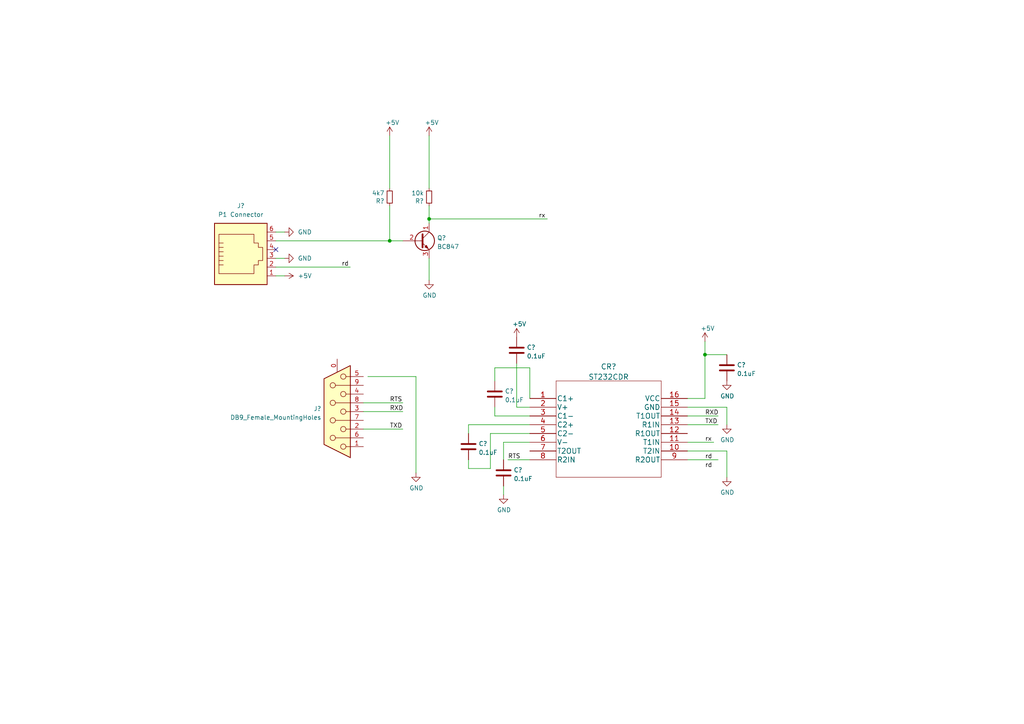
<source format=kicad_sch>
(kicad_sch (version 20211123) (generator eeschema)
  (paper "A4")
  (lib_symbols
    (symbol "Connector:6P6C" (pin_names (offset 1.016))
      (property "Reference" "J" (at -5.08 11.43 0))
      (property "Value" "6P6C" (at 2.54 11.43 0))
      (symbol "6P6C_0_1"
        (polyline (pts (xy -6.35 -1.905) (xy -5.08 -1.905) (xy -5.08 -1.905)))
        (polyline (pts (xy -6.35 -0.635) (xy -5.08 -0.635) (xy -5.08 -0.635)))
        (polyline (pts (xy -6.35 0.635) (xy -5.08 0.635) (xy -5.08 0.635)))
        (polyline (pts (xy -6.35 1.905) (xy -5.08 1.905) (xy -5.08 1.905)))
        (polyline (pts (xy -6.35 3.175) (xy -5.08 3.175) (xy -5.08 3.175)))
        (polyline (pts (xy -5.08 4.445) (xy -6.35 4.445) (xy -6.35 4.445)))
        (polyline (pts (xy -6.35 -4.445) (xy -6.35 6.985) (xy 3.81 6.985) (xy 3.81 4.445) (xy 5.08 4.445) (xy 5.08 3.175) (xy 6.35 3.175) (xy 6.35 -0.635) (xy 5.08 -0.635) (xy 5.08 -1.905) (xy 3.81 -1.905) (xy 3.81 -4.445) (xy -6.35 -4.445) (xy -6.35 -4.445)))
        (rectangle (start 7.62 10.16) (end -7.62 -7.62) (stroke (width 0.254)) (fill (type background)))
      )
      (symbol "6P6C_1_1"
        (pin passive line (at 10.16 -5.08 180) (length 2.54) (name "~") (number "1"))
        (pin passive line (at 10.16 -2.54 180) (length 2.54) (name "~") (number "2"))
        (pin passive line (at 10.16 0 180) (length 2.54) (name "~") (number "3"))
        (pin passive line (at 10.16 2.54 180) (length 2.54) (name "~") (number "4"))
        (pin passive line (at 10.16 5.08 180) (length 2.54) (name "~") (number "5"))
        (pin passive line (at 10.16 7.62 180) (length 2.54) (name "~") (number "6"))
      )
    )
    (symbol "Connector:DB9_Female_MountingHoles" (pin_names (offset 1.016) hide)
      (property "Reference" "J" (at 0 16.51 0))
      (property "Value" "DB9_Female_MountingHoles" (at 0 14.605 0))
      (symbol "DB9_Female_MountingHoles_0_1"
        (circle (center -1.778 -10.16) (radius 0.762))
        (circle (center -1.778 -5.08) (radius 0.762))
        (circle (center -1.778 0) (radius 0.762))
        (circle (center -1.778 5.08) (radius 0.762))
        (circle (center -1.778 10.16) (radius 0.762))
        (polyline (pts (xy -3.81 -10.16) (xy -2.54 -10.16)))
        (polyline (pts (xy -3.81 -7.62) (xy 0.508 -7.62)))
        (polyline (pts (xy -3.81 -5.08) (xy -2.54 -5.08)))
        (polyline (pts (xy -3.81 -2.54) (xy 0.508 -2.54)))
        (polyline (pts (xy -3.81 0) (xy -2.54 0)))
        (polyline (pts (xy -3.81 2.54) (xy 0.508 2.54)))
        (polyline (pts (xy -3.81 5.08) (xy -2.54 5.08)))
        (polyline (pts (xy -3.81 7.62) (xy 0.508 7.62)))
        (polyline (pts (xy -3.81 10.16) (xy -2.54 10.16)))
        (polyline (pts (xy -3.81 13.335) (xy -3.81 -13.335) (xy 3.81 -9.525) (xy 3.81 9.525) (xy -3.81 13.335)) (stroke (width 0.254)) (fill (type background)))
        (circle (center 1.27 -7.62) (radius 0.762))
        (circle (center 1.27 -2.54) (radius 0.762))
        (circle (center 1.27 2.54) (radius 0.762))
        (circle (center 1.27 7.62) (radius 0.762))
      )
      (symbol "DB9_Female_MountingHoles_1_1"
        (pin passive line (at 0 -15.24 90) (length 3.81) (name "PAD") (number "0"))
        (pin passive line (at -7.62 10.16 0) (length 3.81) (name "1") (number "1"))
        (pin passive line (at -7.62 5.08 0) (length 3.81) (name "2") (number "2"))
        (pin passive line (at -7.62 0 0) (length 3.81) (name "3") (number "3"))
        (pin passive line (at -7.62 -5.08 0) (length 3.81) (name "4") (number "4"))
        (pin passive line (at -7.62 -10.16 0) (length 3.81) (name "5") (number "5"))
        (pin passive line (at -7.62 7.62 0) (length 3.81) (name "6") (number "6"))
        (pin passive line (at -7.62 2.54 0) (length 3.81) (name "7") (number "7"))
        (pin passive line (at -7.62 -2.54 0) (length 3.81) (name "8") (number "8"))
        (pin passive line (at -7.62 -7.62 0) (length 3.81) (name "9") (number "9"))
      )
    )
    (symbol "Device:C" (pin_numbers hide) (pin_names (offset 0.254))
      (property "Reference" "C" (at 0.635 2.54 0))
      (property "Value" "C" (at 0.635 -2.54 0))
      (symbol "C_0_1"
        (polyline (pts (xy -2.032 -0.762) (xy 2.032 -0.762)) (stroke (width 0.508)))
        (polyline (pts (xy -2.032 0.762) (xy 2.032 0.762)) (stroke (width 0.508)))
      )
      (symbol "C_1_1"
        (pin passive line (at 0 3.81 270) (length 2.794) (name "~") (number "1"))
        (pin passive line (at 0 -3.81 90) (length 2.794) (name "~") (number "2"))
      )
    )
    (symbol "Device:R_Small" (pin_numbers hide) (pin_names (offset 0.254) hide)
      (property "Reference" "R" (at 0.762 0.508 0))
      (property "Value" "R_Small" (at 0.762 -1.016 0))
      (symbol "R_Small_0_1"
        (rectangle (start -0.762 1.778) (end 0.762 -1.778) (stroke (width 0.2032)))
      )
      (symbol "R_Small_1_1"
        (pin passive line (at 0 2.54 270) (length 0.762) (name "~") (number "1"))
        (pin passive line (at 0 -2.54 90) (length 0.762) (name "~") (number "2"))
      )
    )
    (symbol "ST232:ST232CDR" (pin_names (offset 0.254))
      (property "Reference" "CR" (at 22.86 10.16 0))
      (property "Value" "ST232CDR" (at 22.86 7.62 0))
      (symbol "ST232CDR_1_1"
        (polyline (pts (xy 7.62 -22.86) (xy 38.1 -22.86)) (stroke (width 0.127)))
        (polyline (pts (xy 7.62 5.08) (xy 7.62 -22.86)) (stroke (width 0.127)))
        (polyline (pts (xy 38.1 -22.86) (xy 38.1 5.08)) (stroke (width 0.127)))
        (polyline (pts (xy 38.1 5.08) (xy 7.62 5.08)) (stroke (width 0.127)))
        (pin unspecified line (at 0 0 0) (length 7.62) (name "C1+") (number "1"))
        (pin input line (at 45.72 -15.24 180) (length 7.62) (name "T2IN") (number "10"))
        (pin input line (at 45.72 -12.7 180) (length 7.62) (name "T1IN") (number "11"))
        (pin output line (at 45.72 -10.16 180) (length 7.62) (name "R1OUT") (number "12"))
        (pin input line (at 45.72 -7.62 180) (length 7.62) (name "R1IN") (number "13"))
        (pin output line (at 45.72 -5.08 180) (length 7.62) (name "T1OUT") (number "14"))
        (pin power_in line (at 45.72 -2.54 180) (length 7.62) (name "GND") (number "15"))
        (pin power_in line (at 45.72 0 180) (length 7.62) (name "VCC") (number "16"))
        (pin unspecified line (at 0 -2.54 0) (length 7.62) (name "V+") (number "2"))
        (pin unspecified line (at 0 -5.08 0) (length 7.62) (name "C1-") (number "3"))
        (pin unspecified line (at 0 -7.62 0) (length 7.62) (name "C2+") (number "4"))
        (pin unspecified line (at 0 -10.16 0) (length 7.62) (name "C2-") (number "5"))
        (pin unspecified line (at 0 -12.7 0) (length 7.62) (name "V-") (number "6"))
        (pin output line (at 0 -15.24 0) (length 7.62) (name "T2OUT") (number "7"))
        (pin input line (at 0 -17.78 0) (length 7.62) (name "R2IN") (number "8"))
        (pin output line (at 45.72 -17.78 180) (length 7.62) (name "R2OUT") (number "9"))
      )
    )
    (symbol "Transistor_BJT:BC547" (pin_names (offset 0) hide)
      (property "Reference" "Q" (at 5.08 1.905 0))
      (property "Value" "BC547" (at 5.08 0 0))
      (symbol "BC547_0_1"
        (polyline (pts (xy 0 0) (xy 0.635 0)))
        (polyline (pts (xy 0.635 0.635) (xy 2.54 2.54)))
        (polyline (pts (xy 0.635 -0.635) (xy 2.54 -2.54) (xy 2.54 -2.54)))
        (polyline (pts (xy 0.635 1.905) (xy 0.635 -1.905) (xy 0.635 -1.905)) (stroke (width 0.508)))
        (polyline (pts (xy 1.27 -1.778) (xy 1.778 -1.27) (xy 2.286 -2.286) (xy 1.27 -1.778) (xy 1.27 -1.778)) (fill (type outline)))
        (circle (center 1.27 0) (radius 2.8194) (stroke (width 0.254)))
      )
      (symbol "BC547_1_1"
        (pin passive line (at 2.54 5.08 270) (length 2.54) (name "C") (number "1"))
        (pin input line (at -5.08 0 0) (length 5.08) (name "B") (number "2"))
        (pin passive line (at 2.54 -5.08 90) (length 2.54) (name "E") (number "3"))
      )
    )
    (symbol "power:+5V" (power) (pin_names (offset 0))
      (property "Value" "+5V" (at 0 3.556 0))
      (symbol "+5V_0_1"
        (polyline (pts (xy -0.762 1.27) (xy 0 2.54)))
        (polyline (pts (xy 0 0) (xy 0 2.54)))
        (polyline (pts (xy 0 2.54) (xy 0.762 1.27)))
      )
      (symbol "+5V_1_1"
        (pin power_in line (at 0 0 90) (length 0) hide (name "+5V") (number "1"))
      )
    )
    (symbol "power:GND" (power) (pin_names (offset 0))
      (property "Value" "GND" (at 0 -3.81 0))
      (symbol "GND_0_1"
        (polyline (pts (xy 0 0) (xy 0 -1.27) (xy 1.27 -1.27) (xy 0 -2.54) (xy -1.27 -1.27) (xy 0 -1.27)))
      )
      (symbol "GND_1_1"
        (pin power_in line (at 0 0 270) (length 0) hide (name "GND") (number "1"))
      )
    )
  )
  (junction (at 204.47 102.87))
  (junction (at 113.03 69.85))
  (junction (at 124.46 63.5))
  (no_connect (at 80.01 72.39))
  (wire (pts (xy 199.39 133.35) (xy 208.28 133.35)))
  (wire (pts (xy 124.46 39.37) (xy 124.46 54.61)))
  (wire (pts (xy 80.01 77.47) (xy 101.6 77.47)))
  (wire (pts (xy 210.82 130.81) (xy 210.82 138.43)))
  (wire (pts (xy 124.46 63.5) (xy 158.75 63.5)))
  (wire (pts (xy 143.51 120.65) (xy 143.51 118.11)))
  (wire (pts (xy 199.39 128.27) (xy 207.01 128.27)))
  (wire (pts (xy 153.67 123.19) (xy 135.89 123.19)))
  (wire (pts (xy 105.41 116.84) (xy 116.84 116.84)))
  (wire (pts (xy 80.01 67.31) (xy 82.55 67.31)))
  (wire (pts (xy 124.46 63.5) (xy 124.46 64.77)))
  (wire (pts (xy 124.46 59.69) (xy 124.46 63.5)))
  (wire (pts (xy 153.67 118.11) (xy 149.86 118.11)))
  (wire (pts (xy 199.39 120.65) (xy 208.28 120.65)))
  (wire (pts (xy 204.47 102.87) (xy 204.47 115.57)))
  (wire (pts (xy 153.67 125.73) (xy 142.24 125.73)))
  (wire (pts (xy 210.82 118.11) (xy 210.82 123.19)))
  (wire (pts (xy 143.51 106.68) (xy 143.51 110.49)))
  (wire (pts (xy 199.39 123.19) (xy 208.28 123.19)))
  (wire (pts (xy 199.39 115.57) (xy 204.47 115.57)))
  (wire (pts (xy 153.67 115.57) (xy 153.67 106.68)))
  (wire (pts (xy 113.03 59.69) (xy 113.03 69.85)))
  (wire (pts (xy 146.05 128.27) (xy 146.05 133.35)))
  (wire (pts (xy 80.01 80.01) (xy 82.55 80.01)))
  (wire (pts (xy 142.24 135.89) (xy 135.89 135.89)))
  (wire (pts (xy 210.82 102.87) (xy 204.47 102.87)))
  (wire (pts (xy 149.86 118.11) (xy 149.86 105.41)))
  (wire (pts (xy 135.89 123.19) (xy 135.89 125.73)))
  (wire (pts (xy 106.68 109.22) (xy 120.65 109.22)))
  (wire (pts (xy 105.41 124.46) (xy 116.84 124.46)))
  (wire (pts (xy 199.39 118.11) (xy 210.82 118.11)))
  (wire (pts (xy 153.67 120.65) (xy 143.51 120.65)))
  (wire (pts (xy 199.39 130.81) (xy 210.82 130.81)))
  (wire (pts (xy 153.67 128.27) (xy 146.05 128.27)))
  (wire (pts (xy 204.47 99.06) (xy 204.47 102.87)))
  (wire (pts (xy 113.03 39.37) (xy 113.03 54.61)))
  (wire (pts (xy 124.46 81.28) (xy 124.46 74.93)))
  (wire (pts (xy 153.67 106.68) (xy 143.51 106.68)))
  (wire (pts (xy 142.24 125.73) (xy 142.24 135.89)))
  (wire (pts (xy 135.89 135.89) (xy 135.89 133.35)))
  (wire (pts (xy 147.32 133.35) (xy 153.67 133.35)))
  (wire (pts (xy 120.65 109.22) (xy 120.65 137.16)))
  (wire (pts (xy 113.03 69.85) (xy 116.84 69.85)))
  (wire (pts (xy 80.01 69.85) (xy 113.03 69.85)))
  (wire (pts (xy 80.01 74.93) (xy 82.55 74.93)))
  (wire (pts (xy 105.41 119.38) (xy 116.84 119.38)))
  (wire (pts (xy 146.05 140.97) (xy 146.05 143.51)))
  (label "RXD" (at 113.03 119.38 0))
  (label "RTS" (at 113.03 116.84 0))
  (label "rd" (at 204.47 135.89 0))
  (label "rx" (at 204.47 128.27 0))
  (label "rd" (at 99.06 77.47 0))
  (label "rx" (at 156.21 63.5 0))
  (label "rd" (at 204.47 133.35 0))
  (label "RTS" (at 147.32 133.35 0))
  (label "TXD" (at 204.47 123.19 0))
  (label "TXD" (at 113.03 124.46 0))
  (label "RXD" (at 204.47 120.65 0))
  (symbol (lib_id "Device:C") (at 149.86 101.6 0) (unit 1)
    (property "Reference" "C?" (at 152.781 100.7653 0) (effects (justify left)))
    (property "Value" "0.1uF" (at 152.781 103.3022 0) (effects (justify left)))
  )
  (symbol (lib_id "Device:R_Small") (at 113.03 57.15 180) (unit 1)
    (property "Reference" "R?" (at 111.5314 58.3184 0) (effects (justify left)))
    (property "Value" "4k7" (at 111.5314 56.007 0) (effects (justify left)))
    (property "Footprint" "Resistor_SMD:R_0805_2012Metric_Pad1.20x1.40mm_HandSolder" (effects hide))
  )
  (symbol (lib_id "power:GND") (at 124.46 81.28 0) (unit 1)
    (property "Reference" "#PWR?" (effects hide))
    (property "Value" "GND" (at 124.587 85.6742 0))
  )
  (symbol (lib_id "power:GND") (at 210.82 138.43 0) (unit 1)
    (property "Reference" "#PWR?" (effects hide))
    (property "Value" "GND" (at 210.947 142.8242 0))
  )
  (symbol (lib_id "ST232:ST232CDR") (at 153.67 115.57 0) (unit 1)
    (property "Reference" "CR?" (at 176.53 106.3424 0) (effects (font (size 1.524 1.524))))
    (property "Value" "ST232CDR" (at 176.53 109.3358 0) (effects (font (size 1.524 1.524))))
    (property "Footprint" "SO-16_STM" (effects hide))
  )
  (symbol (lib_id "Connector:6P6C") (at 69.85 74.93 0) (unit 1)
    (property "Reference" "J?" (at 69.85 59.69 0))
    (property "Value" "P1 Connector" (at 69.85 62.23 0))
    (property "Footprint" "Connector_RJ:RJ12_Amphenol_54601" (effects hide))
    (property "Datasheet" "https://www.tme.eu/Document/ea184333224e66e86ff816154e741036/54601-906WPLF.pdf" (effects hide))
    (property "PN" " 54601-906WPLF" (effects hide))
  )
  (symbol (lib_id "Device:C") (at 146.05 137.16 0) (unit 1)
    (property "Reference" "C?" (at 148.971 136.3253 0) (effects (justify left)))
    (property "Value" "0.1uF" (at 148.971 138.8622 0) (effects (justify left)))
  )
  (symbol (lib_id "power:GND") (at 210.82 110.49 0) (unit 1)
    (property "Reference" "#PWR?" (effects hide))
    (property "Value" "GND" (at 210.947 114.8842 0))
  )
  (symbol (lib_id "Device:C") (at 210.82 106.68 0) (unit 1)
    (property "Reference" "C?" (at 213.741 105.8453 0) (effects (justify left)))
    (property "Value" "0.1uF" (at 213.741 108.3822 0) (effects (justify left)))
  )
  (symbol (lib_id "power:GND") (at 146.05 143.51 0) (unit 1)
    (property "Reference" "#PWR?" (effects hide))
    (property "Value" "GND" (at 146.177 147.9042 0))
  )
  (symbol (lib_id "Transistor_BJT:BC547") (at 121.92 69.85 0) (unit 1)
    (property "Reference" "Q?" (at 126.7714 69.0153 0) (effects (justify left)))
    (property "Value" "BC847" (at 126.7714 71.5522 0) (effects (justify left)))
    (property "Footprint" "Package_TO_SOT_SMD:TSOT-23_HandSoldering" (effects hide))
    (property "Datasheet" "https://www.onsemi.com/pub/Collateral/BC550-D.pdf" (effects hide))
  )
  (symbol (lib_id "Connector:DB9_Female_MountingHoles") (at 97.79 119.38 180) (unit 1)
    (property "Reference" "J?" (at 93.2181 118.5453 0) (effects (justify left)))
    (property "Value" "DB9_Female_MountingHoles" (at 93.2181 121.0822 0) (effects (justify left)))
    (property "Datasheet" " ~" (effects hide))
  )
  (symbol (lib_id "power:GND") (at 82.55 67.31 90) (unit 1)
    (property "Reference" "#PWR?" (effects hide))
    (property "Value" "GND" (at 86.36 67.3099 90) (effects (justify right)))
  )
  (symbol (lib_id "power:GND") (at 210.82 123.19 0) (unit 1)
    (property "Reference" "#PWR?" (effects hide))
    (property "Value" "GND" (at 210.947 127.5842 0))
  )
  (symbol (lib_id "Device:C") (at 135.89 129.54 0) (unit 1)
    (property "Reference" "C?" (at 138.811 128.7053 0) (effects (justify left)))
    (property "Value" "0.1uF" (at 138.811 131.2422 0) (effects (justify left)))
  )
  (symbol (lib_id "power:+5V") (at 82.55 80.01 270) (unit 1)
    (property "Reference" "#PWR?" (effects hide))
    (property "Value" "+5V" (at 86.36 80.0099 90) (effects (justify left)))
  )
  (symbol (lib_id "power:+5V") (at 204.47 99.06 0) (unit 1)
    (property "Reference" "#PWR?" (effects hide))
    (property "Value" "+5V" (at 203.2 95.25 0) (effects (justify left)))
  )
  (symbol (lib_id "power:GND") (at 120.65 137.16 0) (unit 1)
    (property "Reference" "#PWR?" (effects hide))
    (property "Value" "GND" (at 120.777 141.5542 0))
  )
  (symbol (lib_id "Device:C") (at 143.51 114.3 0) (unit 1)
    (property "Reference" "C?" (at 146.431 113.4653 0) (effects (justify left)))
    (property "Value" "0.1uF" (at 146.431 116.0022 0) (effects (justify left)))
  )
  (symbol (lib_id "power:+5V") (at 124.46 39.37 0) (unit 1)
    (property "Reference" "#PWR?" (effects hide))
    (property "Value" "+5V" (at 123.19 35.56 0) (effects (justify left)))
  )
  (symbol (lib_id "power:+5V") (at 113.03 39.37 0) (unit 1)
    (property "Reference" "#PWR?" (effects hide))
    (property "Value" "+5V" (at 111.76 35.56 0) (effects (justify left)))
  )
  (symbol (lib_id "power:+5V") (at 149.86 97.79 0) (unit 1)
    (property "Reference" "#PWR?" (effects hide))
    (property "Value" "+5V" (at 148.59 93.98 0) (effects (justify left)))
  )
  (symbol (lib_id "Device:R_Small") (at 124.46 57.15 180) (unit 1)
    (property "Reference" "R?" (at 122.9614 58.3184 0) (effects (justify left)))
    (property "Value" "10k" (at 122.9614 56.007 0) (effects (justify left)))
    (property "Footprint" "Resistor_SMD:R_0805_2012Metric_Pad1.20x1.40mm_HandSolder" (effects hide))
  )
  (symbol (lib_id "power:GND") (at 82.55 74.93 90) (unit 1)
    (property "Reference" "#PWR?" (effects hide))
    (property "Value" "GND" (at 86.36 74.9299 90) (effects (justify right)))
  )
)
</source>
